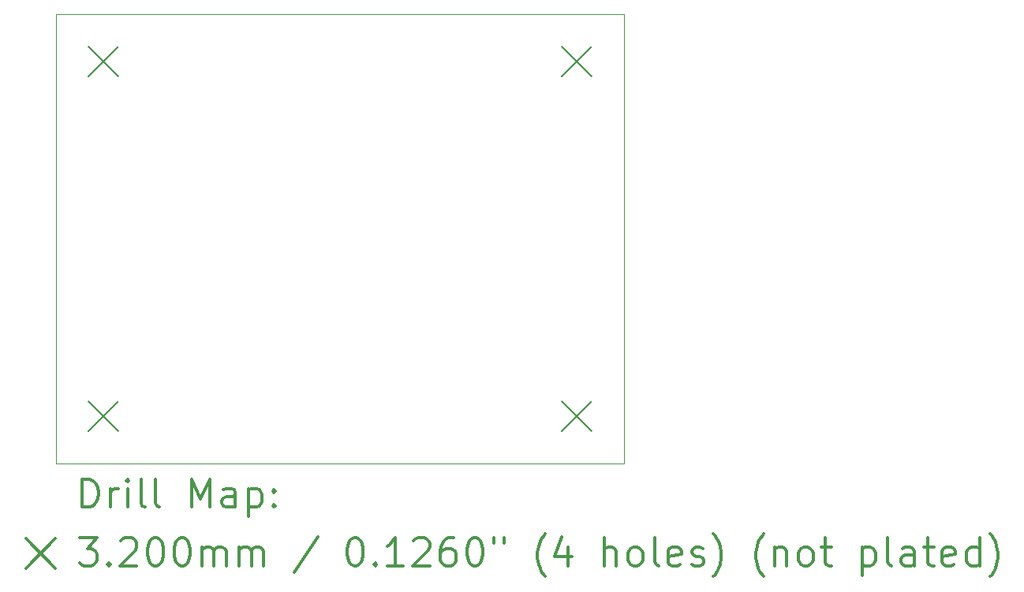
<source format=gbr>
%FSLAX45Y45*%
G04 Gerber Fmt 4.5, Leading zero omitted, Abs format (unit mm)*
G04 Created by KiCad (PCBNEW 5.1.10) date 2021-12-10 15:57:23*
%MOMM*%
%LPD*%
G01*
G04 APERTURE LIST*
%TA.AperFunction,Profile*%
%ADD10C,0.050000*%
%TD*%
%ADD11C,0.200000*%
%ADD12C,0.300000*%
G04 APERTURE END LIST*
D10*
X10541000Y-17526000D02*
X10541000Y-12700000D01*
X16637000Y-17526000D02*
X10541000Y-17526000D01*
X16637000Y-12700000D02*
X16637000Y-17526000D01*
X10541000Y-12700000D02*
X16637000Y-12700000D01*
D11*
X10889000Y-13048000D02*
X11209000Y-13368000D01*
X11209000Y-13048000D02*
X10889000Y-13368000D01*
X10889000Y-16858000D02*
X11209000Y-17178000D01*
X11209000Y-16858000D02*
X10889000Y-17178000D01*
X15969000Y-13048000D02*
X16289000Y-13368000D01*
X16289000Y-13048000D02*
X15969000Y-13368000D01*
X15969000Y-16858000D02*
X16289000Y-17178000D01*
X16289000Y-16858000D02*
X15969000Y-17178000D01*
D12*
X10824928Y-17994214D02*
X10824928Y-17694214D01*
X10896357Y-17694214D01*
X10939214Y-17708500D01*
X10967786Y-17737072D01*
X10982071Y-17765643D01*
X10996357Y-17822786D01*
X10996357Y-17865643D01*
X10982071Y-17922786D01*
X10967786Y-17951357D01*
X10939214Y-17979929D01*
X10896357Y-17994214D01*
X10824928Y-17994214D01*
X11124928Y-17994214D02*
X11124928Y-17794214D01*
X11124928Y-17851357D02*
X11139214Y-17822786D01*
X11153500Y-17808500D01*
X11182071Y-17794214D01*
X11210643Y-17794214D01*
X11310643Y-17994214D02*
X11310643Y-17794214D01*
X11310643Y-17694214D02*
X11296357Y-17708500D01*
X11310643Y-17722786D01*
X11324928Y-17708500D01*
X11310643Y-17694214D01*
X11310643Y-17722786D01*
X11496357Y-17994214D02*
X11467786Y-17979929D01*
X11453500Y-17951357D01*
X11453500Y-17694214D01*
X11653500Y-17994214D02*
X11624928Y-17979929D01*
X11610643Y-17951357D01*
X11610643Y-17694214D01*
X11996357Y-17994214D02*
X11996357Y-17694214D01*
X12096357Y-17908500D01*
X12196357Y-17694214D01*
X12196357Y-17994214D01*
X12467786Y-17994214D02*
X12467786Y-17837072D01*
X12453500Y-17808500D01*
X12424928Y-17794214D01*
X12367786Y-17794214D01*
X12339214Y-17808500D01*
X12467786Y-17979929D02*
X12439214Y-17994214D01*
X12367786Y-17994214D01*
X12339214Y-17979929D01*
X12324928Y-17951357D01*
X12324928Y-17922786D01*
X12339214Y-17894214D01*
X12367786Y-17879929D01*
X12439214Y-17879929D01*
X12467786Y-17865643D01*
X12610643Y-17794214D02*
X12610643Y-18094214D01*
X12610643Y-17808500D02*
X12639214Y-17794214D01*
X12696357Y-17794214D01*
X12724928Y-17808500D01*
X12739214Y-17822786D01*
X12753500Y-17851357D01*
X12753500Y-17937072D01*
X12739214Y-17965643D01*
X12724928Y-17979929D01*
X12696357Y-17994214D01*
X12639214Y-17994214D01*
X12610643Y-17979929D01*
X12882071Y-17965643D02*
X12896357Y-17979929D01*
X12882071Y-17994214D01*
X12867786Y-17979929D01*
X12882071Y-17965643D01*
X12882071Y-17994214D01*
X12882071Y-17808500D02*
X12896357Y-17822786D01*
X12882071Y-17837072D01*
X12867786Y-17822786D01*
X12882071Y-17808500D01*
X12882071Y-17837072D01*
X10218500Y-18328500D02*
X10538500Y-18648500D01*
X10538500Y-18328500D02*
X10218500Y-18648500D01*
X10796357Y-18324214D02*
X10982071Y-18324214D01*
X10882071Y-18438500D01*
X10924928Y-18438500D01*
X10953500Y-18452786D01*
X10967786Y-18467072D01*
X10982071Y-18495643D01*
X10982071Y-18567072D01*
X10967786Y-18595643D01*
X10953500Y-18609929D01*
X10924928Y-18624214D01*
X10839214Y-18624214D01*
X10810643Y-18609929D01*
X10796357Y-18595643D01*
X11110643Y-18595643D02*
X11124928Y-18609929D01*
X11110643Y-18624214D01*
X11096357Y-18609929D01*
X11110643Y-18595643D01*
X11110643Y-18624214D01*
X11239214Y-18352786D02*
X11253500Y-18338500D01*
X11282071Y-18324214D01*
X11353500Y-18324214D01*
X11382071Y-18338500D01*
X11396357Y-18352786D01*
X11410643Y-18381357D01*
X11410643Y-18409929D01*
X11396357Y-18452786D01*
X11224928Y-18624214D01*
X11410643Y-18624214D01*
X11596357Y-18324214D02*
X11624928Y-18324214D01*
X11653500Y-18338500D01*
X11667786Y-18352786D01*
X11682071Y-18381357D01*
X11696357Y-18438500D01*
X11696357Y-18509929D01*
X11682071Y-18567072D01*
X11667786Y-18595643D01*
X11653500Y-18609929D01*
X11624928Y-18624214D01*
X11596357Y-18624214D01*
X11567786Y-18609929D01*
X11553500Y-18595643D01*
X11539214Y-18567072D01*
X11524928Y-18509929D01*
X11524928Y-18438500D01*
X11539214Y-18381357D01*
X11553500Y-18352786D01*
X11567786Y-18338500D01*
X11596357Y-18324214D01*
X11882071Y-18324214D02*
X11910643Y-18324214D01*
X11939214Y-18338500D01*
X11953500Y-18352786D01*
X11967786Y-18381357D01*
X11982071Y-18438500D01*
X11982071Y-18509929D01*
X11967786Y-18567072D01*
X11953500Y-18595643D01*
X11939214Y-18609929D01*
X11910643Y-18624214D01*
X11882071Y-18624214D01*
X11853500Y-18609929D01*
X11839214Y-18595643D01*
X11824928Y-18567072D01*
X11810643Y-18509929D01*
X11810643Y-18438500D01*
X11824928Y-18381357D01*
X11839214Y-18352786D01*
X11853500Y-18338500D01*
X11882071Y-18324214D01*
X12110643Y-18624214D02*
X12110643Y-18424214D01*
X12110643Y-18452786D02*
X12124928Y-18438500D01*
X12153500Y-18424214D01*
X12196357Y-18424214D01*
X12224928Y-18438500D01*
X12239214Y-18467072D01*
X12239214Y-18624214D01*
X12239214Y-18467072D02*
X12253500Y-18438500D01*
X12282071Y-18424214D01*
X12324928Y-18424214D01*
X12353500Y-18438500D01*
X12367786Y-18467072D01*
X12367786Y-18624214D01*
X12510643Y-18624214D02*
X12510643Y-18424214D01*
X12510643Y-18452786D02*
X12524928Y-18438500D01*
X12553500Y-18424214D01*
X12596357Y-18424214D01*
X12624928Y-18438500D01*
X12639214Y-18467072D01*
X12639214Y-18624214D01*
X12639214Y-18467072D02*
X12653500Y-18438500D01*
X12682071Y-18424214D01*
X12724928Y-18424214D01*
X12753500Y-18438500D01*
X12767786Y-18467072D01*
X12767786Y-18624214D01*
X13353500Y-18309929D02*
X13096357Y-18695643D01*
X13739214Y-18324214D02*
X13767786Y-18324214D01*
X13796357Y-18338500D01*
X13810643Y-18352786D01*
X13824928Y-18381357D01*
X13839214Y-18438500D01*
X13839214Y-18509929D01*
X13824928Y-18567072D01*
X13810643Y-18595643D01*
X13796357Y-18609929D01*
X13767786Y-18624214D01*
X13739214Y-18624214D01*
X13710643Y-18609929D01*
X13696357Y-18595643D01*
X13682071Y-18567072D01*
X13667786Y-18509929D01*
X13667786Y-18438500D01*
X13682071Y-18381357D01*
X13696357Y-18352786D01*
X13710643Y-18338500D01*
X13739214Y-18324214D01*
X13967786Y-18595643D02*
X13982071Y-18609929D01*
X13967786Y-18624214D01*
X13953500Y-18609929D01*
X13967786Y-18595643D01*
X13967786Y-18624214D01*
X14267786Y-18624214D02*
X14096357Y-18624214D01*
X14182071Y-18624214D02*
X14182071Y-18324214D01*
X14153500Y-18367072D01*
X14124928Y-18395643D01*
X14096357Y-18409929D01*
X14382071Y-18352786D02*
X14396357Y-18338500D01*
X14424928Y-18324214D01*
X14496357Y-18324214D01*
X14524928Y-18338500D01*
X14539214Y-18352786D01*
X14553500Y-18381357D01*
X14553500Y-18409929D01*
X14539214Y-18452786D01*
X14367786Y-18624214D01*
X14553500Y-18624214D01*
X14810643Y-18324214D02*
X14753500Y-18324214D01*
X14724928Y-18338500D01*
X14710643Y-18352786D01*
X14682071Y-18395643D01*
X14667786Y-18452786D01*
X14667786Y-18567072D01*
X14682071Y-18595643D01*
X14696357Y-18609929D01*
X14724928Y-18624214D01*
X14782071Y-18624214D01*
X14810643Y-18609929D01*
X14824928Y-18595643D01*
X14839214Y-18567072D01*
X14839214Y-18495643D01*
X14824928Y-18467072D01*
X14810643Y-18452786D01*
X14782071Y-18438500D01*
X14724928Y-18438500D01*
X14696357Y-18452786D01*
X14682071Y-18467072D01*
X14667786Y-18495643D01*
X15024928Y-18324214D02*
X15053500Y-18324214D01*
X15082071Y-18338500D01*
X15096357Y-18352786D01*
X15110643Y-18381357D01*
X15124928Y-18438500D01*
X15124928Y-18509929D01*
X15110643Y-18567072D01*
X15096357Y-18595643D01*
X15082071Y-18609929D01*
X15053500Y-18624214D01*
X15024928Y-18624214D01*
X14996357Y-18609929D01*
X14982071Y-18595643D01*
X14967786Y-18567072D01*
X14953500Y-18509929D01*
X14953500Y-18438500D01*
X14967786Y-18381357D01*
X14982071Y-18352786D01*
X14996357Y-18338500D01*
X15024928Y-18324214D01*
X15239214Y-18324214D02*
X15239214Y-18381357D01*
X15353500Y-18324214D02*
X15353500Y-18381357D01*
X15796357Y-18738500D02*
X15782071Y-18724214D01*
X15753500Y-18681357D01*
X15739214Y-18652786D01*
X15724928Y-18609929D01*
X15710643Y-18538500D01*
X15710643Y-18481357D01*
X15724928Y-18409929D01*
X15739214Y-18367072D01*
X15753500Y-18338500D01*
X15782071Y-18295643D01*
X15796357Y-18281357D01*
X16039214Y-18424214D02*
X16039214Y-18624214D01*
X15967786Y-18309929D02*
X15896357Y-18524214D01*
X16082071Y-18524214D01*
X16424928Y-18624214D02*
X16424928Y-18324214D01*
X16553500Y-18624214D02*
X16553500Y-18467072D01*
X16539214Y-18438500D01*
X16510643Y-18424214D01*
X16467786Y-18424214D01*
X16439214Y-18438500D01*
X16424928Y-18452786D01*
X16739214Y-18624214D02*
X16710643Y-18609929D01*
X16696357Y-18595643D01*
X16682071Y-18567072D01*
X16682071Y-18481357D01*
X16696357Y-18452786D01*
X16710643Y-18438500D01*
X16739214Y-18424214D01*
X16782071Y-18424214D01*
X16810643Y-18438500D01*
X16824928Y-18452786D01*
X16839214Y-18481357D01*
X16839214Y-18567072D01*
X16824928Y-18595643D01*
X16810643Y-18609929D01*
X16782071Y-18624214D01*
X16739214Y-18624214D01*
X17010643Y-18624214D02*
X16982071Y-18609929D01*
X16967786Y-18581357D01*
X16967786Y-18324214D01*
X17239214Y-18609929D02*
X17210643Y-18624214D01*
X17153500Y-18624214D01*
X17124928Y-18609929D01*
X17110643Y-18581357D01*
X17110643Y-18467072D01*
X17124928Y-18438500D01*
X17153500Y-18424214D01*
X17210643Y-18424214D01*
X17239214Y-18438500D01*
X17253500Y-18467072D01*
X17253500Y-18495643D01*
X17110643Y-18524214D01*
X17367786Y-18609929D02*
X17396357Y-18624214D01*
X17453500Y-18624214D01*
X17482071Y-18609929D01*
X17496357Y-18581357D01*
X17496357Y-18567072D01*
X17482071Y-18538500D01*
X17453500Y-18524214D01*
X17410643Y-18524214D01*
X17382071Y-18509929D01*
X17367786Y-18481357D01*
X17367786Y-18467072D01*
X17382071Y-18438500D01*
X17410643Y-18424214D01*
X17453500Y-18424214D01*
X17482071Y-18438500D01*
X17596357Y-18738500D02*
X17610643Y-18724214D01*
X17639214Y-18681357D01*
X17653500Y-18652786D01*
X17667786Y-18609929D01*
X17682071Y-18538500D01*
X17682071Y-18481357D01*
X17667786Y-18409929D01*
X17653500Y-18367072D01*
X17639214Y-18338500D01*
X17610643Y-18295643D01*
X17596357Y-18281357D01*
X18139214Y-18738500D02*
X18124928Y-18724214D01*
X18096357Y-18681357D01*
X18082071Y-18652786D01*
X18067786Y-18609929D01*
X18053500Y-18538500D01*
X18053500Y-18481357D01*
X18067786Y-18409929D01*
X18082071Y-18367072D01*
X18096357Y-18338500D01*
X18124928Y-18295643D01*
X18139214Y-18281357D01*
X18253500Y-18424214D02*
X18253500Y-18624214D01*
X18253500Y-18452786D02*
X18267786Y-18438500D01*
X18296357Y-18424214D01*
X18339214Y-18424214D01*
X18367786Y-18438500D01*
X18382071Y-18467072D01*
X18382071Y-18624214D01*
X18567786Y-18624214D02*
X18539214Y-18609929D01*
X18524928Y-18595643D01*
X18510643Y-18567072D01*
X18510643Y-18481357D01*
X18524928Y-18452786D01*
X18539214Y-18438500D01*
X18567786Y-18424214D01*
X18610643Y-18424214D01*
X18639214Y-18438500D01*
X18653500Y-18452786D01*
X18667786Y-18481357D01*
X18667786Y-18567072D01*
X18653500Y-18595643D01*
X18639214Y-18609929D01*
X18610643Y-18624214D01*
X18567786Y-18624214D01*
X18753500Y-18424214D02*
X18867786Y-18424214D01*
X18796357Y-18324214D02*
X18796357Y-18581357D01*
X18810643Y-18609929D01*
X18839214Y-18624214D01*
X18867786Y-18624214D01*
X19196357Y-18424214D02*
X19196357Y-18724214D01*
X19196357Y-18438500D02*
X19224928Y-18424214D01*
X19282071Y-18424214D01*
X19310643Y-18438500D01*
X19324928Y-18452786D01*
X19339214Y-18481357D01*
X19339214Y-18567072D01*
X19324928Y-18595643D01*
X19310643Y-18609929D01*
X19282071Y-18624214D01*
X19224928Y-18624214D01*
X19196357Y-18609929D01*
X19510643Y-18624214D02*
X19482071Y-18609929D01*
X19467786Y-18581357D01*
X19467786Y-18324214D01*
X19753500Y-18624214D02*
X19753500Y-18467072D01*
X19739214Y-18438500D01*
X19710643Y-18424214D01*
X19653500Y-18424214D01*
X19624928Y-18438500D01*
X19753500Y-18609929D02*
X19724928Y-18624214D01*
X19653500Y-18624214D01*
X19624928Y-18609929D01*
X19610643Y-18581357D01*
X19610643Y-18552786D01*
X19624928Y-18524214D01*
X19653500Y-18509929D01*
X19724928Y-18509929D01*
X19753500Y-18495643D01*
X19853500Y-18424214D02*
X19967786Y-18424214D01*
X19896357Y-18324214D02*
X19896357Y-18581357D01*
X19910643Y-18609929D01*
X19939214Y-18624214D01*
X19967786Y-18624214D01*
X20182071Y-18609929D02*
X20153500Y-18624214D01*
X20096357Y-18624214D01*
X20067786Y-18609929D01*
X20053500Y-18581357D01*
X20053500Y-18467072D01*
X20067786Y-18438500D01*
X20096357Y-18424214D01*
X20153500Y-18424214D01*
X20182071Y-18438500D01*
X20196357Y-18467072D01*
X20196357Y-18495643D01*
X20053500Y-18524214D01*
X20453500Y-18624214D02*
X20453500Y-18324214D01*
X20453500Y-18609929D02*
X20424928Y-18624214D01*
X20367786Y-18624214D01*
X20339214Y-18609929D01*
X20324928Y-18595643D01*
X20310643Y-18567072D01*
X20310643Y-18481357D01*
X20324928Y-18452786D01*
X20339214Y-18438500D01*
X20367786Y-18424214D01*
X20424928Y-18424214D01*
X20453500Y-18438500D01*
X20567786Y-18738500D02*
X20582071Y-18724214D01*
X20610643Y-18681357D01*
X20624928Y-18652786D01*
X20639214Y-18609929D01*
X20653500Y-18538500D01*
X20653500Y-18481357D01*
X20639214Y-18409929D01*
X20624928Y-18367072D01*
X20610643Y-18338500D01*
X20582071Y-18295643D01*
X20567786Y-18281357D01*
M02*

</source>
